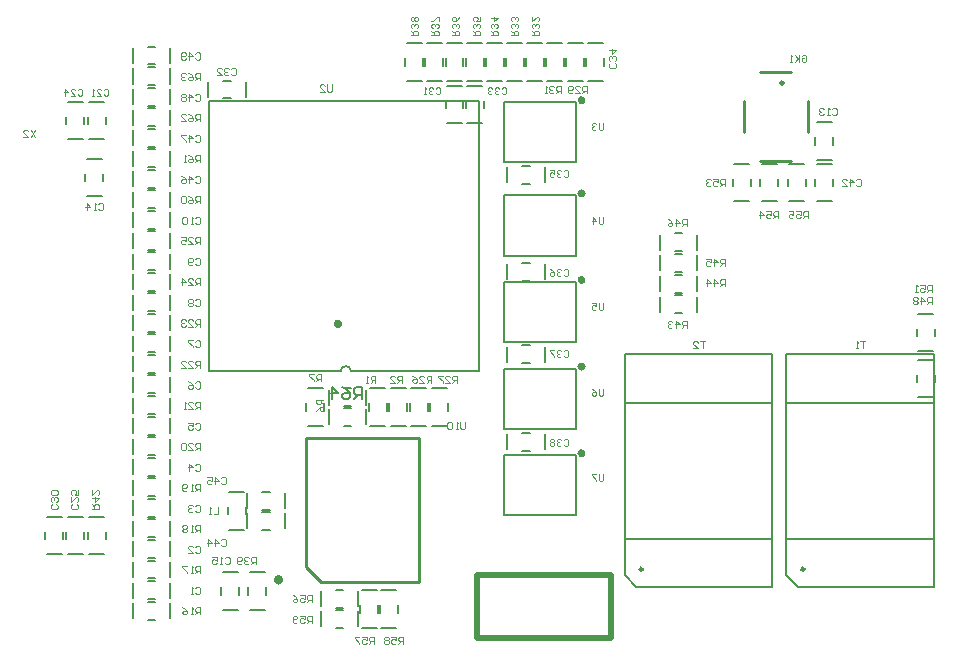
<source format=gbo>
G04*
G04 #@! TF.GenerationSoftware,Altium Limited,Altium Designer,22.1.2 (22)*
G04*
G04 Layer_Color=32896*
%FSAX42Y42*%
%MOMM*%
G71*
G04*
G04 #@! TF.SameCoordinates,034806BB-B1BB-4671-9D6B-E9DA0DB7271A*
G04*
G04*
G04 #@! TF.FilePolarity,Positive*
G04*
G01*
G75*
%ADD12C,0.40*%
%ADD13C,0.20*%
%ADD14C,0.15*%
%ADD15C,0.25*%
%ADD17C,0.10*%
%ADD51C,0.30*%
%ADD53C,0.50*%
D12*
X002570Y001012D02*
G03*
X002570Y001012I-000020J000000D01*
G01*
D13*
X003164Y002782D02*
G03*
X003075Y002782I-000044J-000007D01*
G01*
X006850Y002920D02*
X008100D01*
X006850Y001360D02*
X008100D01*
X006850Y002510D02*
X008100D01*
Y000950D02*
Y002920D01*
X006850Y001050D02*
Y002920D01*
Y001050D02*
X006950Y000950D01*
X008100D01*
X005480Y002920D02*
X006730D01*
X005480Y001360D02*
X006730D01*
X005480Y002510D02*
X006730D01*
Y000950D02*
Y002920D01*
X005480Y001050D02*
Y002920D01*
Y001050D02*
X005580Y000950D01*
X006730D01*
X005065Y001556D02*
Y002065D01*
X004455Y001556D02*
X005065D01*
X004455Y002065D02*
X005065D01*
X004455Y001556D02*
Y002065D01*
Y002289D02*
Y002798D01*
X005065D01*
X004455Y002289D02*
X005065D01*
Y002798D01*
Y003023D02*
Y003532D01*
X004455Y003023D02*
X005065D01*
X004455Y003532D02*
X005065D01*
X004455Y003023D02*
Y003532D01*
Y003756D02*
Y004265D01*
X005065D01*
X004455Y003756D02*
X005065D01*
Y004265D01*
X004455Y004546D02*
Y005055D01*
X005065D01*
X004455Y004546D02*
X005065D01*
Y005055D01*
X003164Y002782D02*
X004244D01*
X001958D02*
X002529D01*
X003075D01*
X001958D02*
Y005068D01*
X004244D01*
Y002782D02*
Y005068D01*
X003256Y002545D02*
Y002645D01*
X003206D01*
X003190Y002628D01*
Y002595D01*
X003206Y002578D01*
X003256D01*
X003223D02*
X003190Y002545D01*
X003090Y002645D02*
X003123Y002628D01*
X003156Y002595D01*
Y002562D01*
X003140Y002545D01*
X003106D01*
X003090Y002562D01*
Y002578D01*
X003106Y002595D01*
X003156D01*
X003006Y002545D02*
Y002645D01*
X003056Y002595D01*
X002990D01*
D14*
X002797Y002633D02*
X002924D01*
X002797Y002316D02*
X002924D01*
X002784Y002507D02*
X002784Y002443D01*
X002936Y002443D02*
X002936Y002507D01*
X003103Y002633D02*
X003167D01*
X003103Y002481D02*
X003167D01*
X003294Y002494D02*
Y002621D01*
X002976Y002494D02*
Y002621D01*
X003294Y002326D02*
Y002453D01*
X002976Y002326D02*
Y002453D01*
X003103Y002466D02*
X003167D01*
X003103Y002314D02*
X003167D01*
X003986Y002443D02*
Y002507D01*
X003834Y002443D02*
Y002507D01*
X003847Y002316D02*
X003974D01*
X003847Y002633D02*
X003974D01*
X003813Y002443D02*
Y002507D01*
X003660Y002443D02*
Y002507D01*
X003673Y002316D02*
X003800D01*
X003673Y002633D02*
X003800D01*
X003640Y002443D02*
Y002507D01*
X003487Y002443D02*
Y002507D01*
X003500Y002316D02*
X003627D01*
X003500Y002633D02*
X003627D01*
X000754Y004866D02*
Y004929D01*
X000906Y004866D02*
Y004929D01*
X000766Y005056D02*
X000894D01*
X000766Y004739D02*
X000894D01*
X000766Y001227D02*
X000894D01*
X000766Y001544D02*
X000894D01*
X000906Y001353D02*
Y001417D01*
X000754Y001353D02*
Y001417D01*
X000927Y004257D02*
X001053D01*
X000927Y004575D02*
X001053D01*
X001066Y004384D02*
Y004448D01*
X000914Y004384D02*
Y004448D01*
X001086Y001353D02*
Y001416D01*
X000934Y001353D02*
Y001416D01*
X000947Y001226D02*
X001073D01*
X000947Y001544D02*
X001073D01*
X001316Y005212D02*
Y005340D01*
X001634Y005212D02*
Y005340D01*
X001444Y005200D02*
X001507D01*
X001444Y005352D02*
X001507D01*
X001316Y005387D02*
Y005514D01*
X001634Y005387D02*
Y005514D01*
X001444Y005374D02*
X001507D01*
X001444Y005526D02*
X001507D01*
X000574Y001353D02*
Y001417D01*
X000726Y001353D02*
Y001417D01*
X000586Y001544D02*
X000714D01*
X000586Y001227D02*
X000714D01*
X000947Y004739D02*
X001074D01*
X000947Y005056D02*
X001074D01*
X001086Y004866D02*
Y004929D01*
X000934Y004866D02*
Y004929D01*
X002076Y000757D02*
X002203D01*
X002076Y001074D02*
X002203D01*
X002216Y000884D02*
Y000947D01*
X002064Y000884D02*
Y000947D01*
X003226Y000786D02*
Y000914D01*
X002908Y000786D02*
Y000914D01*
X003035Y000926D02*
X003099D01*
X003035Y000774D02*
X003099D01*
X003326Y002633D02*
X003453D01*
X003326Y002316D02*
X003453D01*
X003314Y002443D02*
Y002507D01*
X003466Y002443D02*
Y002507D01*
X004613Y002104D02*
X004676D01*
X004613Y002256D02*
X004676D01*
X004486Y002117D02*
Y002243D01*
X004803Y002117D02*
Y002243D01*
X004613Y002844D02*
X004676D01*
X004613Y002996D02*
X004676D01*
X004486Y002857D02*
Y002983D01*
X004803Y002857D02*
Y002983D01*
X004613Y003544D02*
X004676D01*
X004613Y003696D02*
X004676D01*
X004486Y003556D02*
Y003683D01*
X004803Y003556D02*
Y003683D01*
X004613Y004364D02*
X004676D01*
X004613Y004516D02*
X004676D01*
X004486Y004376D02*
Y004503D01*
X004803Y004376D02*
Y004503D01*
X005306Y005363D02*
Y005427D01*
X005154Y005363D02*
Y005427D01*
X005167Y005237D02*
X005294D01*
X005167Y005554D02*
X005294D01*
X001444Y005178D02*
X001507D01*
X001444Y005026D02*
X001507D01*
X001634Y005038D02*
Y005165D01*
X001316Y005038D02*
Y005165D01*
X001444Y004830D02*
X001507D01*
X001444Y004678D02*
X001507D01*
X001634Y004690D02*
Y004817D01*
X001316Y004690D02*
Y004817D01*
X001444Y004482D02*
X001507D01*
X001444Y004329D02*
X001507D01*
X001634Y004342D02*
Y004469D01*
X001316Y004342D02*
Y004469D01*
X002414Y001756D02*
X002477D01*
X002414Y001604D02*
X002477D01*
X002604Y001617D02*
Y001743D01*
X002286Y001617D02*
Y001743D01*
X002414Y001589D02*
X002477D01*
X002414Y001436D02*
X002477D01*
X002604Y001449D02*
Y001576D01*
X002286Y001449D02*
Y001576D01*
X007246Y004343D02*
Y004406D01*
X007094Y004343D02*
Y004406D01*
X007107Y004216D02*
X007233D01*
X007107Y004533D02*
X007233D01*
X004286Y005003D02*
Y005067D01*
X004134Y005003D02*
Y005067D01*
X004147Y004876D02*
X004274D01*
X004147Y005194D02*
X004274D01*
X002082Y005086D02*
X002146D01*
X002082Y005238D02*
X002146D01*
X001955Y005098D02*
Y005225D01*
X002273Y005098D02*
Y005225D01*
X003964Y005003D02*
Y005067D01*
X004116Y005003D02*
Y005067D01*
X003976Y005194D02*
X004103D01*
X003976Y004876D02*
X004103D01*
X007094Y004696D02*
Y004759D01*
X007246Y004696D02*
Y004759D01*
X007107Y004886D02*
X007233D01*
X007107Y004569D02*
X007233D01*
X001444Y004134D02*
X001507D01*
X001444Y003981D02*
X001507D01*
X001634Y003994D02*
Y004121D01*
X001316Y003994D02*
Y004121D01*
X001444Y003785D02*
X001507D01*
X001444Y003633D02*
X001507D01*
X001634Y003646D02*
Y003773D01*
X001316Y003646D02*
Y003773D01*
X001444Y003437D02*
X001507D01*
X001444Y003285D02*
X001507D01*
X001634Y003298D02*
Y003425D01*
X001316Y003298D02*
Y003425D01*
X001444Y003089D02*
X001507D01*
X001444Y002937D02*
X001507D01*
X001634Y002949D02*
Y003076D01*
X001316Y002949D02*
Y003076D01*
X001444Y002741D02*
X001507D01*
X001444Y002589D02*
X001507D01*
X001634Y002601D02*
Y002728D01*
X001316Y002601D02*
Y002728D01*
X001444Y002393D02*
X001507D01*
X001444Y002240D02*
X001507D01*
X001634Y002253D02*
Y002380D01*
X001316Y002253D02*
Y002380D01*
X001444Y002045D02*
X001507D01*
X001444Y001892D02*
X001507D01*
X001634Y001905D02*
Y002032D01*
X001316Y001905D02*
Y002032D01*
X001444Y001697D02*
X001507D01*
X001444Y001544D02*
X001507D01*
X001634Y001557D02*
Y001684D01*
X001316Y001557D02*
Y001684D01*
X001444Y001348D02*
X001507D01*
X001444Y001196D02*
X001507D01*
X001634Y001209D02*
Y001336D01*
X001316Y001209D02*
Y001336D01*
X001444Y001000D02*
X001507D01*
X001444Y000848D02*
X001507D01*
X001634Y000861D02*
Y000988D01*
X001316Y000861D02*
Y000988D01*
X005903Y003618D02*
X005967D01*
X005903Y003770D02*
X005967D01*
X005776Y003631D02*
Y003758D01*
X006094Y003631D02*
Y003758D01*
Y003455D02*
Y003582D01*
X005776Y003455D02*
Y003582D01*
X005903Y003595D02*
X005967D01*
X005903Y003442D02*
X005967D01*
X005903Y003266D02*
X005967D01*
X005903Y003419D02*
X005967D01*
X005776Y003279D02*
Y003406D01*
X006094Y003279D02*
Y003406D01*
X005903Y003794D02*
X005967D01*
X005903Y003946D02*
X005967D01*
X005776Y003806D02*
Y003933D01*
X006094Y003806D02*
Y003933D01*
X002132Y001436D02*
X002259D01*
X002132Y001754D02*
X002259D01*
X002271Y001564D02*
Y001627D01*
X002119Y001564D02*
Y001627D01*
X003226Y000620D02*
Y000747D01*
X002908Y000620D02*
Y000747D01*
X003035Y000759D02*
X003099D01*
X003035Y000607D02*
X003099D01*
X003241Y000734D02*
Y000797D01*
X003393Y000734D02*
Y000797D01*
X003254Y000924D02*
X003381D01*
X003254Y000607D02*
X003381D01*
X003421D02*
X003548D01*
X003421Y000924D02*
X003548D01*
X003561Y000734D02*
Y000797D01*
X003408Y000734D02*
Y000797D01*
X006780Y004343D02*
Y004406D01*
X006628Y004343D02*
Y004406D01*
X006641Y004216D02*
X006768D01*
X006641Y004533D02*
X006768D01*
X007013Y004343D02*
Y004406D01*
X006861Y004343D02*
Y004406D01*
X006874Y004216D02*
X007001D01*
X006874Y004533D02*
X007001D01*
X006395Y004343D02*
Y004406D01*
X006547Y004343D02*
Y004406D01*
X006408Y004533D02*
X006535D01*
X006408Y004216D02*
X006535D01*
X003624Y005363D02*
Y005427D01*
X003776Y005363D02*
Y005427D01*
X003637Y005554D02*
X003763D01*
X003637Y005237D02*
X003763D01*
X003794Y005363D02*
Y005427D01*
X003946Y005363D02*
Y005427D01*
X003806Y005554D02*
X003933D01*
X003806Y005237D02*
X003933D01*
X003964Y005363D02*
Y005427D01*
X004116Y005363D02*
Y005427D01*
X003976Y005554D02*
X004103D01*
X003976Y005237D02*
X004103D01*
X004134Y005363D02*
Y005427D01*
X004286Y005363D02*
Y005427D01*
X004147Y005554D02*
X004274D01*
X004147Y005237D02*
X004274D01*
X004304Y005363D02*
Y005427D01*
X004456Y005363D02*
Y005427D01*
X004317Y005554D02*
X004444D01*
X004317Y005237D02*
X004444D01*
X004474Y005363D02*
Y005427D01*
X004626Y005363D02*
Y005427D01*
X004487Y005554D02*
X004613D01*
X004487Y005237D02*
X004613D01*
X004644Y005363D02*
Y005427D01*
X004796Y005363D02*
Y005427D01*
X004656Y005554D02*
X004783D01*
X004656Y005237D02*
X004783D01*
X004826D02*
X004953D01*
X004826Y005554D02*
X004953D01*
X004966Y005363D02*
Y005427D01*
X004814Y005363D02*
Y005427D01*
X004997Y005554D02*
X005124D01*
X004997Y005237D02*
X005124D01*
X004984Y005363D02*
Y005427D01*
X005136Y005363D02*
Y005427D01*
X001316Y004516D02*
Y004643D01*
X001634Y004516D02*
Y004643D01*
X001444Y004503D02*
X001507D01*
X001444Y004656D02*
X001507D01*
X001444Y004308D02*
X001507D01*
X001444Y004155D02*
X001507D01*
X001634Y004168D02*
Y004295D01*
X001316Y004168D02*
Y004295D01*
X002306Y000757D02*
X002433D01*
X002306Y001074D02*
X002433D01*
X002445Y000884D02*
Y000947D01*
X002293Y000884D02*
Y000947D01*
X001316Y001035D02*
Y001162D01*
X001634Y001035D02*
Y001162D01*
X001444Y001022D02*
X001507D01*
X001444Y001174D02*
X001507D01*
X001316Y002427D02*
Y002554D01*
X001634Y002427D02*
Y002554D01*
X001444Y002415D02*
X001507D01*
X001444Y002567D02*
X001507D01*
X001316Y001383D02*
Y001510D01*
X001634Y001383D02*
Y001510D01*
X001444Y001370D02*
X001507D01*
X001444Y001522D02*
X001507D01*
X001316Y002079D02*
Y002206D01*
X001634Y002079D02*
Y002206D01*
X001444Y002066D02*
X001507D01*
X001444Y002219D02*
X001507D01*
X001316Y001731D02*
Y001858D01*
X001634Y001731D02*
Y001858D01*
X001444Y001718D02*
X001507D01*
X001444Y001871D02*
X001507D01*
X001316Y002775D02*
Y002902D01*
X001634Y002775D02*
Y002902D01*
X001444Y002763D02*
X001507D01*
X001444Y002915D02*
X001507D01*
X001316Y003472D02*
Y003599D01*
X001634Y003472D02*
Y003599D01*
X001444Y003459D02*
X001507D01*
X001444Y003611D02*
X001507D01*
X007954Y003074D02*
Y003137D01*
X008106Y003074D02*
Y003137D01*
X007967Y003264D02*
X008093D01*
X007967Y002947D02*
X008093D01*
X007954Y002683D02*
Y002747D01*
X008106Y002683D02*
Y002747D01*
X007967Y002874D02*
X008093D01*
X007967Y002556D02*
X008093D01*
X001316Y000686D02*
Y000814D01*
X001634Y000686D02*
Y000814D01*
X001444Y000674D02*
X001507D01*
X001444Y000826D02*
X001507D01*
X001316Y004864D02*
Y004991D01*
X001634Y004864D02*
Y004991D01*
X001444Y004852D02*
X001507D01*
X001444Y005004D02*
X001507D01*
X001316Y003820D02*
Y003947D01*
X001634Y003820D02*
Y003947D01*
X001444Y003807D02*
X001507D01*
X001444Y003960D02*
X001507D01*
X001316Y003124D02*
Y003251D01*
X001634Y003124D02*
Y003251D01*
X001444Y003111D02*
X001507D01*
X001444Y003263D02*
X001507D01*
D15*
X006828Y005216D02*
G03*
X006828Y005216I-000015J000000D01*
G01*
X007004Y001100D02*
G03*
X007004Y001100I-000014J000000D01*
G01*
X005634D02*
G03*
X005634Y001100I-000014J000000D01*
G01*
X003738Y000993D02*
Y002213D01*
X002785D02*
X003738D01*
X002912Y000993D02*
X003738D01*
X002785Y001120D02*
X002912Y000993D01*
X002785Y001120D02*
Y002213D01*
X006488Y004801D02*
Y005064D01*
X007032Y004801D02*
Y005064D01*
X006625Y004554D02*
X006888D01*
X006625Y005309D02*
X006888D01*
D17*
X002910Y002690D02*
Y002750D01*
X002880D01*
X002870Y002740D01*
Y002720D01*
X002880Y002710D01*
X002910D01*
X002890D02*
X002870Y002690D01*
X002850Y002750D02*
X002810D01*
Y002740D01*
X002850Y002700D01*
Y002690D01*
X002930Y002537D02*
X002870D01*
Y002507D01*
X002880Y002497D01*
X002900D01*
X002910Y002507D01*
Y002537D01*
Y002517D02*
X002930Y002497D01*
X002870Y002437D02*
X002880Y002457D01*
X002900Y002477D01*
X002920D01*
X002930Y002467D01*
Y002447D01*
X002920Y002437D01*
X002910D01*
X002900Y002447D01*
Y002477D01*
X004060Y002680D02*
Y002740D01*
X004030D01*
X004020Y002730D01*
Y002710D01*
X004030Y002700D01*
X004060D01*
X004040D02*
X004020Y002680D01*
X003960D02*
X004000D01*
X003960Y002720D01*
Y002730D01*
X003970Y002740D01*
X003990D01*
X004000Y002730D01*
X003940Y002740D02*
X003900D01*
Y002730D01*
X003940Y002690D01*
Y002680D01*
X003843D02*
Y002740D01*
X003813D01*
X003803Y002730D01*
Y002710D01*
X003813Y002700D01*
X003843D01*
X003823D02*
X003803Y002680D01*
X003743D02*
X003783D01*
X003743Y002720D01*
Y002730D01*
X003753Y002740D01*
X003773D01*
X003783Y002730D01*
X003683Y002740D02*
X003703Y002730D01*
X003723Y002710D01*
Y002690D01*
X003713Y002680D01*
X003693D01*
X003683Y002690D01*
Y002700D01*
X003693Y002710D01*
X003723D01*
X003597Y002680D02*
Y002740D01*
X003567D01*
X003557Y002730D01*
Y002710D01*
X003567Y002700D01*
X003597D01*
X003577D02*
X003557Y002680D01*
X003497D02*
X003537D01*
X003497Y002720D01*
Y002730D01*
X003507Y002740D01*
X003527D01*
X003537Y002730D01*
X000490Y004820D02*
X000450Y004760D01*
Y004820D02*
X000490Y004760D01*
X000390D02*
X000430D01*
X000390Y004800D01*
Y004810D01*
X000400Y004820D01*
X000420D01*
X000430Y004810D01*
X001886Y005240D02*
Y005300D01*
X001856D01*
X001846Y005290D01*
Y005270D01*
X001856Y005260D01*
X001886D01*
X001866D02*
X001846Y005240D01*
X001786Y005300D02*
X001806Y005290D01*
X001826Y005270D01*
Y005250D01*
X001816Y005240D01*
X001796D01*
X001786Y005250D01*
Y005260D01*
X001796Y005270D01*
X001826D01*
X001766Y005290D02*
X001756Y005300D01*
X001736D01*
X001726Y005290D01*
Y005280D01*
X001736Y005270D01*
X001746D01*
X001736D01*
X001726Y005260D01*
Y005250D01*
X001736Y005240D01*
X001756D01*
X001766Y005250D01*
X001846Y005466D02*
X001856Y005476D01*
X001876D01*
X001886Y005466D01*
Y005426D01*
X001876Y005416D01*
X001856D01*
X001846Y005426D01*
X001796Y005416D02*
Y005476D01*
X001826Y005446D01*
X001786D01*
X001766Y005426D02*
X001756Y005416D01*
X001736D01*
X001726Y005426D01*
Y005466D01*
X001736Y005476D01*
X001756D01*
X001766Y005466D01*
Y005456D01*
X001756Y005446D01*
X001726D01*
X003370Y002680D02*
Y002740D01*
X003340D01*
X003330Y002730D01*
Y002710D01*
X003340Y002700D01*
X003370D01*
X003350D02*
X003330Y002680D01*
X003310D02*
X003290D01*
X003300D01*
Y002740D01*
X003310Y002730D01*
X004130Y002346D02*
Y002296D01*
X004120Y002286D01*
X004100D01*
X004090Y002296D01*
Y002346D01*
X004070Y002286D02*
X004050D01*
X004060D01*
Y002346D01*
X004070Y002336D01*
X004020D02*
X004010Y002346D01*
X003990D01*
X003980Y002336D01*
Y002296D01*
X003990Y002286D01*
X004010D01*
X004020Y002296D01*
Y002336D01*
X001886Y004895D02*
Y004955D01*
X001856D01*
X001846Y004945D01*
Y004925D01*
X001856Y004915D01*
X001886D01*
X001866D02*
X001846Y004895D01*
X001786Y004955D02*
X001806Y004945D01*
X001826Y004925D01*
Y004905D01*
X001816Y004895D01*
X001796D01*
X001786Y004905D01*
Y004915D01*
X001796Y004925D01*
X001826D01*
X001726Y004895D02*
X001766D01*
X001726Y004935D01*
Y004945D01*
X001736Y004955D01*
X001756D01*
X001766Y004945D01*
X001886Y004547D02*
Y004607D01*
X001856D01*
X001846Y004597D01*
Y004577D01*
X001856Y004567D01*
X001886D01*
X001866D02*
X001846Y004547D01*
X001786Y004607D02*
X001806Y004597D01*
X001826Y004577D01*
Y004557D01*
X001816Y004547D01*
X001796D01*
X001786Y004557D01*
Y004567D01*
X001796Y004577D01*
X001826D01*
X001766Y004547D02*
X001746D01*
X001756D01*
Y004607D01*
X001766Y004597D01*
X001886Y004199D02*
Y004259D01*
X001856D01*
X001846Y004249D01*
Y004229D01*
X001856Y004219D01*
X001886D01*
X001866D02*
X001846Y004199D01*
X001786Y004259D02*
X001806Y004249D01*
X001826Y004229D01*
Y004209D01*
X001816Y004199D01*
X001796D01*
X001786Y004209D01*
Y004219D01*
X001796Y004229D01*
X001826D01*
X001766Y004249D02*
X001756Y004259D01*
X001736D01*
X001726Y004249D01*
Y004209D01*
X001736Y004199D01*
X001756D01*
X001766Y004209D01*
Y004249D01*
X001846Y005117D02*
X001856Y005127D01*
X001876D01*
X001886Y005117D01*
Y005077D01*
X001876Y005067D01*
X001856D01*
X001846Y005077D01*
X001796Y005067D02*
Y005127D01*
X001826Y005097D01*
X001786D01*
X001766Y005117D02*
X001756Y005127D01*
X001736D01*
X001726Y005117D01*
Y005107D01*
X001736Y005097D01*
X001726Y005087D01*
Y005077D01*
X001736Y005067D01*
X001756D01*
X001766Y005077D01*
Y005087D01*
X001756Y005097D01*
X001766Y005107D01*
Y005117D01*
X001756Y005097D02*
X001736D01*
X001846Y004769D02*
X001856Y004779D01*
X001876D01*
X001886Y004769D01*
Y004729D01*
X001876Y004719D01*
X001856D01*
X001846Y004729D01*
X001796Y004719D02*
Y004779D01*
X001826Y004749D01*
X001786D01*
X001766Y004779D02*
X001726D01*
Y004769D01*
X001766Y004729D01*
Y004719D01*
X001846Y004421D02*
X001856Y004431D01*
X001876D01*
X001886Y004421D01*
Y004381D01*
X001876Y004371D01*
X001856D01*
X001846Y004381D01*
X001796Y004371D02*
Y004431D01*
X001826Y004401D01*
X001786D01*
X001726Y004431D02*
X001746Y004421D01*
X001766Y004401D01*
Y004381D01*
X001756Y004371D01*
X001736D01*
X001726Y004381D01*
Y004391D01*
X001736Y004401D01*
X001766D01*
X001886Y003851D02*
Y003911D01*
X001856D01*
X001846Y003901D01*
Y003881D01*
X001856Y003871D01*
X001886D01*
X001866D02*
X001846Y003851D01*
X001786D02*
X001826D01*
X001786Y003891D01*
Y003901D01*
X001796Y003911D01*
X001816D01*
X001826Y003901D01*
X001726Y003911D02*
X001766D01*
Y003881D01*
X001746Y003891D01*
X001736D01*
X001726Y003881D01*
Y003861D01*
X001736Y003851D01*
X001756D01*
X001766Y003861D01*
X001886Y003503D02*
Y003563D01*
X001856D01*
X001846Y003553D01*
Y003533D01*
X001856Y003523D01*
X001886D01*
X001866D02*
X001846Y003503D01*
X001786D02*
X001826D01*
X001786Y003543D01*
Y003553D01*
X001796Y003563D01*
X001816D01*
X001826Y003553D01*
X001736Y003503D02*
Y003563D01*
X001766Y003533D01*
X001726D01*
X001886Y003155D02*
Y003215D01*
X001856D01*
X001846Y003205D01*
Y003185D01*
X001856Y003175D01*
X001886D01*
X001866D02*
X001846Y003155D01*
X001786D02*
X001826D01*
X001786Y003195D01*
Y003205D01*
X001796Y003215D01*
X001816D01*
X001826Y003205D01*
X001766D02*
X001756Y003215D01*
X001736D01*
X001726Y003205D01*
Y003195D01*
X001736Y003185D01*
X001746D01*
X001736D01*
X001726Y003175D01*
Y003165D01*
X001736Y003155D01*
X001756D01*
X001766Y003165D01*
X001886Y002806D02*
Y002866D01*
X001856D01*
X001846Y002856D01*
Y002836D01*
X001856Y002826D01*
X001886D01*
X001866D02*
X001846Y002806D01*
X001786D02*
X001826D01*
X001786Y002846D01*
Y002856D01*
X001796Y002866D01*
X001816D01*
X001826Y002856D01*
X001726Y002806D02*
X001766D01*
X001726Y002846D01*
Y002856D01*
X001736Y002866D01*
X001756D01*
X001766Y002856D01*
X001886Y002458D02*
Y002518D01*
X001856D01*
X001846Y002508D01*
Y002488D01*
X001856Y002478D01*
X001886D01*
X001866D02*
X001846Y002458D01*
X001786D02*
X001826D01*
X001786Y002498D01*
Y002508D01*
X001796Y002518D01*
X001816D01*
X001826Y002508D01*
X001766Y002458D02*
X001746D01*
X001756D01*
Y002518D01*
X001766Y002508D01*
X001886Y002110D02*
Y002170D01*
X001856D01*
X001846Y002160D01*
Y002140D01*
X001856Y002130D01*
X001886D01*
X001866D02*
X001846Y002110D01*
X001786D02*
X001826D01*
X001786Y002150D01*
Y002160D01*
X001796Y002170D01*
X001816D01*
X001826Y002160D01*
X001766D02*
X001756Y002170D01*
X001736D01*
X001726Y002160D01*
Y002120D01*
X001736Y002110D01*
X001756D01*
X001766Y002120D01*
Y002160D01*
X001886Y001762D02*
Y001822D01*
X001856D01*
X001846Y001812D01*
Y001792D01*
X001856Y001782D01*
X001886D01*
X001866D02*
X001846Y001762D01*
X001826D02*
X001806D01*
X001816D01*
Y001822D01*
X001826Y001812D01*
X001776Y001772D02*
X001766Y001762D01*
X001746D01*
X001736Y001772D01*
Y001812D01*
X001746Y001822D01*
X001766D01*
X001776Y001812D01*
Y001802D01*
X001766Y001792D01*
X001736D01*
X001886Y001414D02*
Y001474D01*
X001856D01*
X001846Y001464D01*
Y001444D01*
X001856Y001434D01*
X001886D01*
X001866D02*
X001846Y001414D01*
X001826D02*
X001806D01*
X001816D01*
Y001474D01*
X001826Y001464D01*
X001776D02*
X001766Y001474D01*
X001746D01*
X001736Y001464D01*
Y001454D01*
X001746Y001444D01*
X001736Y001434D01*
Y001424D01*
X001746Y001414D01*
X001766D01*
X001776Y001424D01*
Y001434D01*
X001766Y001444D01*
X001776Y001454D01*
Y001464D01*
X001766Y001444D02*
X001746D01*
X001846Y004073D02*
X001856Y004083D01*
X001876D01*
X001886Y004073D01*
Y004033D01*
X001876Y004023D01*
X001856D01*
X001846Y004033D01*
X001826Y004023D02*
X001806D01*
X001816D01*
Y004083D01*
X001826Y004073D01*
X001776D02*
X001766Y004083D01*
X001746D01*
X001736Y004073D01*
Y004033D01*
X001746Y004023D01*
X001766D01*
X001776Y004033D01*
Y004073D01*
X001846Y003724D02*
X001856Y003734D01*
X001876D01*
X001886Y003724D01*
Y003685D01*
X001876Y003675D01*
X001856D01*
X001846Y003685D01*
X001826D02*
X001816Y003675D01*
X001796D01*
X001786Y003685D01*
Y003724D01*
X001796Y003734D01*
X001816D01*
X001826Y003724D01*
Y003714D01*
X001816Y003704D01*
X001786D01*
X001846Y003376D02*
X001856Y003386D01*
X001876D01*
X001886Y003376D01*
Y003336D01*
X001876Y003326D01*
X001856D01*
X001846Y003336D01*
X001826Y003376D02*
X001816Y003386D01*
X001796D01*
X001786Y003376D01*
Y003366D01*
X001796Y003356D01*
X001786Y003346D01*
Y003336D01*
X001796Y003326D01*
X001816D01*
X001826Y003336D01*
Y003346D01*
X001816Y003356D01*
X001826Y003366D01*
Y003376D01*
X001816Y003356D02*
X001796D01*
X001846Y003028D02*
X001856Y003038D01*
X001876D01*
X001886Y003028D01*
Y002988D01*
X001876Y002978D01*
X001856D01*
X001846Y002988D01*
X001826Y003038D02*
X001786D01*
Y003028D01*
X001826Y002988D01*
Y002978D01*
X001846Y002680D02*
X001856Y002690D01*
X001876D01*
X001886Y002680D01*
Y002640D01*
X001876Y002630D01*
X001856D01*
X001846Y002640D01*
X001786Y002690D02*
X001806Y002680D01*
X001826Y002660D01*
Y002640D01*
X001816Y002630D01*
X001796D01*
X001786Y002640D01*
Y002650D01*
X001796Y002660D01*
X001826D01*
X001846Y002332D02*
X001856Y002342D01*
X001876D01*
X001886Y002332D01*
Y002292D01*
X001876Y002282D01*
X001856D01*
X001846Y002292D01*
X001786Y002342D02*
X001826D01*
Y002312D01*
X001806Y002322D01*
X001796D01*
X001786Y002312D01*
Y002292D01*
X001796Y002282D01*
X001816D01*
X001826Y002292D01*
X001846Y001984D02*
X001856Y001994D01*
X001876D01*
X001886Y001984D01*
Y001944D01*
X001876Y001934D01*
X001856D01*
X001846Y001944D01*
X001796Y001934D02*
Y001994D01*
X001826Y001964D01*
X001786D01*
X001846Y001636D02*
X001856Y001646D01*
X001876D01*
X001886Y001636D01*
Y001596D01*
X001876Y001586D01*
X001856D01*
X001846Y001596D01*
X001826Y001636D02*
X001816Y001646D01*
X001796D01*
X001786Y001636D01*
Y001626D01*
X001796Y001616D01*
X001806D01*
X001796D01*
X001786Y001606D01*
Y001596D01*
X001796Y001586D01*
X001816D01*
X001826Y001596D01*
X001846Y001287D02*
X001856Y001297D01*
X001876D01*
X001886Y001287D01*
Y001247D01*
X001876Y001237D01*
X001856D01*
X001846Y001247D01*
X001786Y001237D02*
X001826D01*
X001786Y001277D01*
Y001287D01*
X001796Y001297D01*
X001816D01*
X001826Y001287D01*
X006980Y005445D02*
X006990Y005455D01*
X007010D01*
X007020Y005445D01*
Y005405D01*
X007010Y005395D01*
X006990D01*
X006980Y005405D01*
Y005425D01*
X007000D01*
X006960Y005455D02*
Y005395D01*
Y005415D01*
X006920Y005455D01*
X006950Y005425D01*
X006920Y005395D01*
X006900D02*
X006880D01*
X006890D01*
Y005455D01*
X006900Y005445D01*
X005300Y001905D02*
Y001855D01*
X005290Y001845D01*
X005270D01*
X005260Y001855D01*
Y001905D01*
X005240D02*
X005200D01*
Y001895D01*
X005240Y001855D01*
Y001845D01*
X005300Y002630D02*
Y002580D01*
X005290Y002570D01*
X005270D01*
X005260Y002580D01*
Y002630D01*
X005200D02*
X005220Y002620D01*
X005240Y002600D01*
Y002580D01*
X005230Y002570D01*
X005210D01*
X005200Y002580D01*
Y002590D01*
X005210Y002600D01*
X005240D01*
X005300Y003355D02*
Y003305D01*
X005290Y003295D01*
X005270D01*
X005260Y003305D01*
Y003355D01*
X005200D02*
X005240D01*
Y003325D01*
X005220Y003335D01*
X005210D01*
X005200Y003325D01*
Y003305D01*
X005210Y003295D01*
X005230D01*
X005240Y003305D01*
X005300Y004080D02*
Y004030D01*
X005290Y004020D01*
X005270D01*
X005260Y004030D01*
Y004080D01*
X005210Y004020D02*
Y004080D01*
X005240Y004050D01*
X005200D01*
X005300Y004880D02*
Y004830D01*
X005290Y004820D01*
X005270D01*
X005260Y004830D01*
Y004880D01*
X005240Y004870D02*
X005230Y004880D01*
X005210D01*
X005200Y004870D01*
Y004860D01*
X005210Y004850D01*
X005220D01*
X005210D01*
X005200Y004840D01*
Y004830D01*
X005210Y004820D01*
X005230D01*
X005240Y004830D01*
X003000Y005205D02*
Y005155D01*
X002990Y005145D01*
X002970D01*
X002960Y005155D01*
Y005205D01*
X002900Y005145D02*
X002940D01*
X002900Y005185D01*
Y005195D01*
X002910Y005205D01*
X002930D01*
X002940Y005195D01*
X006160Y003030D02*
X006120D01*
X006140D01*
Y002970D01*
X006060D02*
X006100D01*
X006060Y003010D01*
Y003020D01*
X006070Y003030D01*
X006090D01*
X006100Y003020D01*
X007515Y003030D02*
X007475D01*
X007495D01*
Y002970D01*
X007455D02*
X007435D01*
X007445D01*
Y003030D01*
X007455Y003020D01*
X002830Y000645D02*
Y000705D01*
X002800D01*
X002790Y000695D01*
Y000675D01*
X002800Y000665D01*
X002830D01*
X002810D02*
X002790Y000645D01*
X002730Y000705D02*
X002770D01*
Y000675D01*
X002750Y000685D01*
X002740D01*
X002730Y000675D01*
Y000655D01*
X002740Y000645D01*
X002760D01*
X002770Y000655D01*
X002710D02*
X002700Y000645D01*
X002680D01*
X002670Y000655D01*
Y000695D01*
X002680Y000705D01*
X002700D01*
X002710Y000695D01*
Y000685D01*
X002700Y000675D01*
X002670D01*
X003605Y000470D02*
Y000530D01*
X003575D01*
X003565Y000520D01*
Y000500D01*
X003575Y000490D01*
X003605D01*
X003585D02*
X003565Y000470D01*
X003505Y000530D02*
X003545D01*
Y000500D01*
X003525Y000510D01*
X003515D01*
X003505Y000500D01*
Y000480D01*
X003515Y000470D01*
X003535D01*
X003545Y000480D01*
X003485Y000520D02*
X003475Y000530D01*
X003455D01*
X003445Y000520D01*
Y000510D01*
X003455Y000500D01*
X003445Y000490D01*
Y000480D01*
X003455Y000470D01*
X003475D01*
X003485Y000480D01*
Y000490D01*
X003475Y000500D01*
X003485Y000510D01*
Y000520D01*
X003475Y000500D02*
X003455D01*
X003355Y000470D02*
Y000530D01*
X003325D01*
X003315Y000520D01*
Y000500D01*
X003325Y000490D01*
X003355D01*
X003335D02*
X003315Y000470D01*
X003255Y000530D02*
X003295D01*
Y000500D01*
X003275Y000510D01*
X003265D01*
X003255Y000500D01*
Y000480D01*
X003265Y000470D01*
X003285D01*
X003295Y000480D01*
X003235Y000530D02*
X003195D01*
Y000520D01*
X003235Y000480D01*
Y000470D01*
X002830Y000820D02*
Y000880D01*
X002800D01*
X002790Y000870D01*
Y000850D01*
X002800Y000840D01*
X002830D01*
X002810D02*
X002790Y000820D01*
X002730Y000880D02*
X002770D01*
Y000850D01*
X002750Y000860D01*
X002740D01*
X002730Y000850D01*
Y000830D01*
X002740Y000820D01*
X002760D01*
X002770Y000830D01*
X002670Y000880D02*
X002690Y000870D01*
X002710Y000850D01*
Y000830D01*
X002700Y000820D01*
X002680D01*
X002670Y000830D01*
Y000840D01*
X002680Y000850D01*
X002710D01*
X007030Y004070D02*
Y004130D01*
X007000D01*
X006990Y004120D01*
Y004100D01*
X007000Y004090D01*
X007030D01*
X007010D02*
X006990Y004070D01*
X006930Y004130D02*
X006970D01*
Y004100D01*
X006950Y004110D01*
X006940D01*
X006930Y004100D01*
Y004080D01*
X006940Y004070D01*
X006960D01*
X006970Y004080D01*
X006870Y004130D02*
X006910D01*
Y004100D01*
X006890Y004110D01*
X006880D01*
X006870Y004100D01*
Y004080D01*
X006880Y004070D01*
X006900D01*
X006910Y004080D01*
X006780Y004070D02*
Y004130D01*
X006750D01*
X006740Y004120D01*
Y004100D01*
X006750Y004090D01*
X006780D01*
X006760D02*
X006740Y004070D01*
X006680Y004130D02*
X006720D01*
Y004100D01*
X006700Y004110D01*
X006690D01*
X006680Y004100D01*
Y004080D01*
X006690Y004070D01*
X006710D01*
X006720Y004080D01*
X006630Y004070D02*
Y004130D01*
X006660Y004100D01*
X006620D01*
X006330Y004345D02*
Y004405D01*
X006300D01*
X006290Y004395D01*
Y004375D01*
X006300Y004365D01*
X006330D01*
X006310D02*
X006290Y004345D01*
X006230Y004405D02*
X006270D01*
Y004375D01*
X006250Y004385D01*
X006240D01*
X006230Y004375D01*
Y004355D01*
X006240Y004345D01*
X006260D01*
X006270Y004355D01*
X006210Y004395D02*
X006200Y004405D01*
X006180D01*
X006170Y004395D01*
Y004385D01*
X006180Y004375D01*
X006190D01*
X006180D01*
X006170Y004365D01*
Y004355D01*
X006180Y004345D01*
X006200D01*
X006210Y004355D01*
X008080Y003445D02*
Y003505D01*
X008050D01*
X008040Y003495D01*
Y003475D01*
X008050Y003465D01*
X008080D01*
X008060D02*
X008040Y003445D01*
X007980Y003505D02*
X008020D01*
Y003475D01*
X008000Y003485D01*
X007990D01*
X007980Y003475D01*
Y003455D01*
X007990Y003445D01*
X008010D01*
X008020Y003455D01*
X007960Y003445D02*
X007940D01*
X007950D01*
Y003505D01*
X007960Y003495D01*
X008080Y003345D02*
Y003405D01*
X008050D01*
X008040Y003395D01*
Y003375D01*
X008050Y003365D01*
X008080D01*
X008060D02*
X008040Y003345D01*
X007990D02*
Y003405D01*
X008020Y003375D01*
X007980D01*
X007960Y003395D02*
X007950Y003405D01*
X007930D01*
X007920Y003395D01*
Y003385D01*
X007930Y003375D01*
X007920Y003365D01*
Y003355D01*
X007930Y003345D01*
X007950D01*
X007960Y003355D01*
Y003365D01*
X007950Y003375D01*
X007960Y003385D01*
Y003395D01*
X007950Y003375D02*
X007930D01*
X006005Y004004D02*
Y004064D01*
X005975D01*
X005965Y004054D01*
Y004034D01*
X005975Y004024D01*
X006005D01*
X005985D02*
X005965Y004004D01*
X005915D02*
Y004064D01*
X005945Y004034D01*
X005905D01*
X005845Y004064D02*
X005865Y004054D01*
X005885Y004034D01*
Y004014D01*
X005875Y004004D01*
X005855D01*
X005845Y004014D01*
Y004024D01*
X005855Y004034D01*
X005885D01*
X006330Y003670D02*
Y003730D01*
X006300D01*
X006290Y003720D01*
Y003700D01*
X006300Y003690D01*
X006330D01*
X006310D02*
X006290Y003670D01*
X006240D02*
Y003730D01*
X006270Y003700D01*
X006230D01*
X006170Y003730D02*
X006210D01*
Y003700D01*
X006190Y003710D01*
X006180D01*
X006170Y003700D01*
Y003680D01*
X006180Y003670D01*
X006200D01*
X006210Y003680D01*
X006330Y003495D02*
Y003555D01*
X006300D01*
X006290Y003545D01*
Y003525D01*
X006300Y003515D01*
X006330D01*
X006310D02*
X006290Y003495D01*
X006240D02*
Y003555D01*
X006270Y003525D01*
X006230D01*
X006180Y003495D02*
Y003555D01*
X006210Y003525D01*
X006170D01*
X006005Y003145D02*
Y003205D01*
X005975D01*
X005965Y003195D01*
Y003175D01*
X005975Y003165D01*
X006005D01*
X005985D02*
X005965Y003145D01*
X005915D02*
Y003205D01*
X005945Y003175D01*
X005905D01*
X005885Y003195D02*
X005875Y003205D01*
X005855D01*
X005845Y003195D01*
Y003185D01*
X005855Y003175D01*
X005865D01*
X005855D01*
X005845Y003165D01*
Y003155D01*
X005855Y003145D01*
X005875D01*
X005885Y003155D01*
X000970Y001610D02*
X001030D01*
Y001640D01*
X001020Y001650D01*
X001000D01*
X000990Y001640D01*
Y001610D01*
Y001630D02*
X000970Y001650D01*
Y001700D02*
X001030D01*
X001000Y001670D01*
Y001710D01*
X000970Y001770D02*
Y001730D01*
X001010Y001770D01*
X001020D01*
X001030Y001760D01*
Y001740D01*
X001020Y001730D01*
X002359Y001143D02*
Y001203D01*
X002329D01*
X002319Y001193D01*
Y001173D01*
X002329Y001163D01*
X002359D01*
X002339D02*
X002319Y001143D01*
X002299Y001193D02*
X002289Y001203D01*
X002269D01*
X002259Y001193D01*
Y001183D01*
X002269Y001173D01*
X002279D01*
X002269D01*
X002259Y001163D01*
Y001153D01*
X002269Y001143D01*
X002289D01*
X002299Y001153D01*
X002239D02*
X002229Y001143D01*
X002209D01*
X002199Y001153D01*
Y001193D01*
X002209Y001203D01*
X002229D01*
X002239Y001193D01*
Y001183D01*
X002229Y001173D01*
X002199D01*
X003670Y005620D02*
X003730D01*
Y005650D01*
X003720Y005660D01*
X003700D01*
X003690Y005650D01*
Y005620D01*
Y005640D02*
X003670Y005660D01*
X003720Y005680D02*
X003730Y005690D01*
Y005710D01*
X003720Y005720D01*
X003710D01*
X003700Y005710D01*
Y005700D01*
Y005710D01*
X003690Y005720D01*
X003680D01*
X003670Y005710D01*
Y005690D01*
X003680Y005680D01*
X003720Y005740D02*
X003730Y005750D01*
Y005770D01*
X003720Y005780D01*
X003710D01*
X003700Y005770D01*
X003690Y005780D01*
X003680D01*
X003670Y005770D01*
Y005750D01*
X003680Y005740D01*
X003690D01*
X003700Y005750D01*
X003710Y005740D01*
X003720D01*
X003700Y005750D02*
Y005770D01*
X003845Y005620D02*
X003905D01*
Y005650D01*
X003895Y005660D01*
X003875D01*
X003865Y005650D01*
Y005620D01*
Y005640D02*
X003845Y005660D01*
X003895Y005680D02*
X003905Y005690D01*
Y005710D01*
X003895Y005720D01*
X003885D01*
X003875Y005710D01*
Y005700D01*
Y005710D01*
X003865Y005720D01*
X003855D01*
X003845Y005710D01*
Y005690D01*
X003855Y005680D01*
X003905Y005740D02*
Y005780D01*
X003895D01*
X003855Y005740D01*
X003845D01*
X004020Y005620D02*
X004080D01*
Y005650D01*
X004070Y005660D01*
X004050D01*
X004040Y005650D01*
Y005620D01*
Y005640D02*
X004020Y005660D01*
X004070Y005680D02*
X004080Y005690D01*
Y005710D01*
X004070Y005720D01*
X004060D01*
X004050Y005710D01*
Y005700D01*
Y005710D01*
X004040Y005720D01*
X004030D01*
X004020Y005710D01*
Y005690D01*
X004030Y005680D01*
X004080Y005780D02*
X004070Y005760D01*
X004050Y005740D01*
X004030D01*
X004020Y005750D01*
Y005770D01*
X004030Y005780D01*
X004040D01*
X004050Y005770D01*
Y005740D01*
X004195Y005620D02*
X004255D01*
Y005650D01*
X004245Y005660D01*
X004225D01*
X004215Y005650D01*
Y005620D01*
Y005640D02*
X004195Y005660D01*
X004245Y005680D02*
X004255Y005690D01*
Y005710D01*
X004245Y005720D01*
X004235D01*
X004225Y005710D01*
Y005700D01*
Y005710D01*
X004215Y005720D01*
X004205D01*
X004195Y005710D01*
Y005690D01*
X004205Y005680D01*
X004255Y005780D02*
Y005740D01*
X004225D01*
X004235Y005760D01*
Y005770D01*
X004225Y005780D01*
X004205D01*
X004195Y005770D01*
Y005750D01*
X004205Y005740D01*
X004345Y005620D02*
X004405D01*
Y005650D01*
X004395Y005660D01*
X004375D01*
X004365Y005650D01*
Y005620D01*
Y005640D02*
X004345Y005660D01*
X004395Y005680D02*
X004405Y005690D01*
Y005710D01*
X004395Y005720D01*
X004385D01*
X004375Y005710D01*
Y005700D01*
Y005710D01*
X004365Y005720D01*
X004355D01*
X004345Y005710D01*
Y005690D01*
X004355Y005680D01*
X004345Y005770D02*
X004405D01*
X004375Y005740D01*
Y005780D01*
X004520Y005620D02*
X004580D01*
Y005650D01*
X004570Y005660D01*
X004550D01*
X004540Y005650D01*
Y005620D01*
Y005640D02*
X004520Y005660D01*
X004570Y005680D02*
X004580Y005690D01*
Y005710D01*
X004570Y005720D01*
X004560D01*
X004550Y005710D01*
Y005700D01*
Y005710D01*
X004540Y005720D01*
X004530D01*
X004520Y005710D01*
Y005690D01*
X004530Y005680D01*
X004570Y005740D02*
X004580Y005750D01*
Y005770D01*
X004570Y005780D01*
X004560D01*
X004550Y005770D01*
Y005760D01*
Y005770D01*
X004540Y005780D01*
X004530D01*
X004520Y005770D01*
Y005750D01*
X004530Y005740D01*
X004695Y005620D02*
X004755D01*
Y005650D01*
X004745Y005660D01*
X004725D01*
X004715Y005650D01*
Y005620D01*
Y005640D02*
X004695Y005660D01*
X004745Y005680D02*
X004755Y005690D01*
Y005710D01*
X004745Y005720D01*
X004735D01*
X004725Y005710D01*
Y005700D01*
Y005710D01*
X004715Y005720D01*
X004705D01*
X004695Y005710D01*
Y005690D01*
X004705Y005680D01*
X004695Y005780D02*
Y005740D01*
X004735Y005780D01*
X004745D01*
X004755Y005770D01*
Y005750D01*
X004745Y005740D01*
X004942Y005131D02*
Y005191D01*
X004912D01*
X004902Y005181D01*
Y005161D01*
X004912Y005151D01*
X004942D01*
X004922D02*
X004902Y005131D01*
X004882Y005181D02*
X004872Y005191D01*
X004852D01*
X004842Y005181D01*
Y005171D01*
X004852Y005161D01*
X004862D01*
X004852D01*
X004842Y005151D01*
Y005141D01*
X004852Y005131D01*
X004872D01*
X004882Y005141D01*
X004822Y005131D02*
X004802D01*
X004812D01*
Y005191D01*
X004822Y005181D01*
X005161Y005131D02*
Y005191D01*
X005131D01*
X005121Y005181D01*
Y005161D01*
X005131Y005151D01*
X005161D01*
X005141D02*
X005121Y005131D01*
X005061D02*
X005101D01*
X005061Y005171D01*
Y005181D01*
X005071Y005191D01*
X005091D01*
X005101Y005181D01*
X005041Y005141D02*
X005031Y005131D01*
X005011D01*
X005001Y005141D01*
Y005181D01*
X005011Y005191D01*
X005031D01*
X005041Y005181D01*
Y005171D01*
X005031Y005161D01*
X005001D01*
X001886Y001066D02*
Y001126D01*
X001856D01*
X001846Y001116D01*
Y001096D01*
X001856Y001086D01*
X001886D01*
X001866D02*
X001846Y001066D01*
X001826D02*
X001806D01*
X001816D01*
Y001126D01*
X001826Y001116D01*
X001776Y001126D02*
X001736D01*
Y001116D01*
X001776Y001076D01*
Y001066D01*
X001886Y000718D02*
Y000777D01*
X001856D01*
X001846Y000767D01*
Y000747D01*
X001856Y000738D01*
X001886D01*
X001866D02*
X001846Y000718D01*
X001826D02*
X001806D01*
X001816D01*
Y000777D01*
X001826Y000767D01*
X001736Y000777D02*
X001756Y000767D01*
X001776Y000747D01*
Y000728D01*
X001766Y000718D01*
X001746D01*
X001736Y000728D01*
Y000738D01*
X001746Y000747D01*
X001776D01*
X002040Y001630D02*
Y001570D01*
X002000D01*
X001980D02*
X001960D01*
X001970D01*
Y001630D01*
X001980Y001620D01*
X002065Y001870D02*
X002075Y001880D01*
X002095D01*
X002105Y001870D01*
Y001830D01*
X002095Y001820D01*
X002075D01*
X002065Y001830D01*
X002015Y001820D02*
Y001880D01*
X002045Y001850D01*
X002005D01*
X001945Y001880D02*
X001985D01*
Y001850D01*
X001965Y001860D01*
X001955D01*
X001945Y001850D01*
Y001830D01*
X001955Y001820D01*
X001975D01*
X001985Y001830D01*
X002065Y001345D02*
X002075Y001355D01*
X002095D01*
X002105Y001345D01*
Y001305D01*
X002095Y001295D01*
X002075D01*
X002065Y001305D01*
X002015Y001295D02*
Y001355D01*
X002045Y001325D01*
X002005D01*
X001955Y001295D02*
Y001355D01*
X001985Y001325D01*
X001945D01*
X007440Y004395D02*
X007450Y004405D01*
X007470D01*
X007480Y004395D01*
Y004355D01*
X007470Y004345D01*
X007450D01*
X007440Y004355D01*
X007390Y004345D02*
Y004405D01*
X007420Y004375D01*
X007380D01*
X007320Y004345D02*
X007360D01*
X007320Y004385D01*
Y004395D01*
X007330Y004405D01*
X007350D01*
X007360Y004395D01*
X004965Y002195D02*
X004975Y002205D01*
X004995D01*
X005005Y002195D01*
Y002155D01*
X004995Y002145D01*
X004975D01*
X004965Y002155D01*
X004945Y002195D02*
X004935Y002205D01*
X004915D01*
X004905Y002195D01*
Y002185D01*
X004915Y002175D01*
X004925D01*
X004915D01*
X004905Y002165D01*
Y002155D01*
X004915Y002145D01*
X004935D01*
X004945Y002155D01*
X004885Y002195D02*
X004875Y002205D01*
X004855D01*
X004845Y002195D01*
Y002185D01*
X004855Y002175D01*
X004845Y002165D01*
Y002155D01*
X004855Y002145D01*
X004875D01*
X004885Y002155D01*
Y002165D01*
X004875Y002175D01*
X004885Y002185D01*
Y002195D01*
X004875Y002175D02*
X004855D01*
X004965Y002945D02*
X004975Y002955D01*
X004995D01*
X005005Y002945D01*
Y002905D01*
X004995Y002895D01*
X004975D01*
X004965Y002905D01*
X004945Y002945D02*
X004935Y002955D01*
X004915D01*
X004905Y002945D01*
Y002935D01*
X004915Y002925D01*
X004925D01*
X004915D01*
X004905Y002915D01*
Y002905D01*
X004915Y002895D01*
X004935D01*
X004945Y002905D01*
X004885Y002955D02*
X004845D01*
Y002945D01*
X004885Y002905D01*
Y002895D01*
X004965Y003635D02*
X004975Y003645D01*
X004995D01*
X005005Y003635D01*
Y003595D01*
X004995Y003585D01*
X004975D01*
X004965Y003595D01*
X004945Y003635D02*
X004935Y003645D01*
X004915D01*
X004905Y003635D01*
Y003625D01*
X004915Y003615D01*
X004925D01*
X004915D01*
X004905Y003605D01*
Y003595D01*
X004915Y003585D01*
X004935D01*
X004945Y003595D01*
X004845Y003645D02*
X004865Y003635D01*
X004885Y003615D01*
Y003595D01*
X004875Y003585D01*
X004855D01*
X004845Y003595D01*
Y003605D01*
X004855Y003615D01*
X004885D01*
X004965Y004470D02*
X004975Y004480D01*
X004995D01*
X005005Y004470D01*
Y004430D01*
X004995Y004420D01*
X004975D01*
X004965Y004430D01*
X004945Y004470D02*
X004935Y004480D01*
X004915D01*
X004905Y004470D01*
Y004460D01*
X004915Y004450D01*
X004925D01*
X004915D01*
X004905Y004440D01*
Y004430D01*
X004915Y004420D01*
X004935D01*
X004945Y004430D01*
X004845Y004480D02*
X004885D01*
Y004450D01*
X004865Y004460D01*
X004855D01*
X004845Y004450D01*
Y004430D01*
X004855Y004420D01*
X004875D01*
X004885Y004430D01*
X005395Y005385D02*
X005405Y005375D01*
Y005355D01*
X005395Y005345D01*
X005355D01*
X005345Y005355D01*
Y005375D01*
X005355Y005385D01*
X005395Y005405D02*
X005405Y005415D01*
Y005435D01*
X005395Y005445D01*
X005385D01*
X005375Y005435D01*
Y005425D01*
Y005435D01*
X005365Y005445D01*
X005355D01*
X005345Y005435D01*
Y005415D01*
X005355Y005405D01*
X005345Y005495D02*
X005405D01*
X005375Y005465D01*
Y005505D01*
X004440Y005170D02*
X004450Y005180D01*
X004470D01*
X004480Y005170D01*
Y005130D01*
X004470Y005120D01*
X004450D01*
X004440Y005130D01*
X004420Y005170D02*
X004410Y005180D01*
X004390D01*
X004380Y005170D01*
Y005160D01*
X004390Y005150D01*
X004400D01*
X004390D01*
X004380Y005140D01*
Y005130D01*
X004390Y005120D01*
X004410D01*
X004420Y005130D01*
X004360Y005170D02*
X004350Y005180D01*
X004330D01*
X004320Y005170D01*
Y005160D01*
X004330Y005150D01*
X004340D01*
X004330D01*
X004320Y005140D01*
Y005130D01*
X004330Y005120D01*
X004350D01*
X004360Y005130D01*
X002150Y005332D02*
X002160Y005342D01*
X002180D01*
X002190Y005332D01*
Y005292D01*
X002180Y005282D01*
X002160D01*
X002150Y005292D01*
X002130Y005332D02*
X002120Y005342D01*
X002100D01*
X002090Y005332D01*
Y005322D01*
X002100Y005312D01*
X002110D01*
X002100D01*
X002090Y005302D01*
Y005292D01*
X002100Y005282D01*
X002120D01*
X002130Y005292D01*
X002030Y005282D02*
X002070D01*
X002030Y005322D01*
Y005332D01*
X002040Y005342D01*
X002060D01*
X002070Y005332D01*
X003880Y005170D02*
X003890Y005180D01*
X003910D01*
X003920Y005170D01*
Y005130D01*
X003910Y005120D01*
X003890D01*
X003880Y005130D01*
X003860Y005170D02*
X003850Y005180D01*
X003830D01*
X003820Y005170D01*
Y005160D01*
X003830Y005150D01*
X003840D01*
X003830D01*
X003820Y005140D01*
Y005130D01*
X003830Y005120D01*
X003850D01*
X003860Y005130D01*
X003800Y005120D02*
X003780D01*
X003790D01*
Y005180D01*
X003800Y005170D01*
X000670Y001650D02*
X000680Y001640D01*
Y001620D01*
X000670Y001610D01*
X000630D01*
X000620Y001620D01*
Y001640D01*
X000630Y001650D01*
X000670Y001670D02*
X000680Y001680D01*
Y001700D01*
X000670Y001710D01*
X000660D01*
X000650Y001700D01*
Y001690D01*
Y001700D01*
X000640Y001710D01*
X000630D01*
X000620Y001700D01*
Y001680D01*
X000630Y001670D01*
X000670Y001730D02*
X000680Y001740D01*
Y001760D01*
X000670Y001770D01*
X000630D01*
X000620Y001760D01*
Y001740D01*
X000630Y001730D01*
X000670D01*
X000845Y001650D02*
X000855Y001640D01*
Y001620D01*
X000845Y001610D01*
X000805D01*
X000795Y001620D01*
Y001640D01*
X000805Y001650D01*
X000795Y001710D02*
Y001670D01*
X000835Y001710D01*
X000845D01*
X000855Y001700D01*
Y001680D01*
X000845Y001670D01*
X000855Y001770D02*
Y001730D01*
X000825D01*
X000835Y001750D01*
Y001760D01*
X000825Y001770D01*
X000805D01*
X000795Y001760D01*
Y001740D01*
X000805Y001730D01*
X000850Y005160D02*
X000860Y005170D01*
X000880D01*
X000890Y005160D01*
Y005120D01*
X000880Y005110D01*
X000860D01*
X000850Y005120D01*
X000790Y005110D02*
X000830D01*
X000790Y005150D01*
Y005160D01*
X000800Y005170D01*
X000820D01*
X000830Y005160D01*
X000740Y005110D02*
Y005170D01*
X000770Y005140D01*
X000730D01*
X001070Y005160D02*
X001080Y005170D01*
X001100D01*
X001110Y005160D01*
Y005120D01*
X001100Y005110D01*
X001080D01*
X001070Y005120D01*
X001010Y005110D02*
X001050D01*
X001010Y005150D01*
Y005160D01*
X001020Y005170D01*
X001040D01*
X001050Y005160D01*
X000990Y005110D02*
X000970D01*
X000980D01*
Y005170D01*
X000990Y005160D01*
X002095Y001193D02*
X002105Y001203D01*
X002125D01*
X002135Y001193D01*
Y001153D01*
X002125Y001143D01*
X002105D01*
X002095Y001153D01*
X002075Y001143D02*
X002055D01*
X002065D01*
Y001203D01*
X002075Y001193D01*
X001985Y001203D02*
X002025D01*
Y001173D01*
X002005Y001183D01*
X001995D01*
X001985Y001173D01*
Y001153D01*
X001995Y001143D01*
X002015D01*
X002025Y001153D01*
X001025Y004190D02*
X001035Y004200D01*
X001055D01*
X001065Y004190D01*
Y004150D01*
X001055Y004140D01*
X001035D01*
X001025Y004150D01*
X001005Y004140D02*
X000985D01*
X000995D01*
Y004200D01*
X001005Y004190D01*
X000925Y004140D02*
Y004200D01*
X000955Y004170D01*
X000915D01*
X007235Y004995D02*
X007245Y005005D01*
X007265D01*
X007275Y004995D01*
Y004955D01*
X007265Y004945D01*
X007245D01*
X007235Y004955D01*
X007215Y004945D02*
X007195D01*
X007205D01*
Y005005D01*
X007215Y004995D01*
X007165D02*
X007155Y005005D01*
X007135D01*
X007125Y004995D01*
Y004985D01*
X007135Y004975D01*
X007145D01*
X007135D01*
X007125Y004965D01*
Y004955D01*
X007135Y004945D01*
X007155D01*
X007165Y004955D01*
X001846Y000939D02*
X001856Y000949D01*
X001876D01*
X001886Y000939D01*
Y000899D01*
X001876Y000889D01*
X001856D01*
X001846Y000899D01*
X001826Y000889D02*
X001806D01*
X001816D01*
Y000949D01*
X001826Y000939D01*
D51*
X005133Y002083D02*
G03*
X005133Y002083I-000018J000000D01*
G01*
Y002816D02*
G03*
X005133Y002816I-000018J000000D01*
G01*
Y003549D02*
G03*
X005133Y003549I-000018J000000D01*
G01*
Y004283D02*
G03*
X005133Y004283I-000018J000000D01*
G01*
Y005072D02*
G03*
X005133Y005072I-000018J000000D01*
G01*
X003072Y003177D02*
G03*
X003072Y003177I-000020J000000D01*
G01*
D53*
X004230Y000520D02*
Y001050D01*
Y000520D02*
X005362D01*
Y001050D01*
X004230D02*
X005362D01*
M02*

</source>
